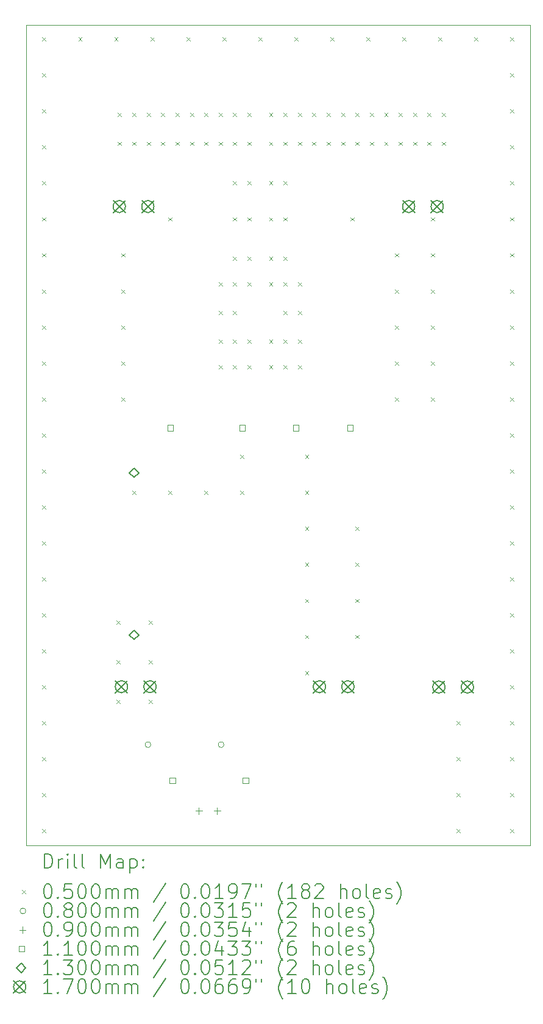
<source format=gbr>
%TF.GenerationSoftware,KiCad,Pcbnew,6.0.11+dfsg-1*%
%TF.CreationDate,2023-07-14T21:47:47+01:00*%
%TF.ProjectId,bridge-rectifier,62726964-6765-42d7-9265-637469666965,rev?*%
%TF.SameCoordinates,Original*%
%TF.FileFunction,Drillmap*%
%TF.FilePolarity,Positive*%
%FSLAX45Y45*%
G04 Gerber Fmt 4.5, Leading zero omitted, Abs format (unit mm)*
G04 Created by KiCad (PCBNEW 6.0.11+dfsg-1) date 2023-07-14 21:47:47*
%MOMM*%
%LPD*%
G01*
G04 APERTURE LIST*
%ADD10C,0.100000*%
%ADD11C,0.200000*%
%ADD12C,0.050000*%
%ADD13C,0.080000*%
%ADD14C,0.090000*%
%ADD15C,0.110000*%
%ADD16C,0.130000*%
%ADD17C,0.170000*%
G04 APERTURE END LIST*
D10*
X13200000Y-1400000D02*
X20200000Y-1400000D01*
X20200000Y-1400000D02*
X20200000Y-12800000D01*
X20200000Y-12800000D02*
X13200000Y-12800000D01*
X13200000Y-12800000D02*
X13200000Y-1400000D01*
D11*
D12*
X13425000Y-1575000D02*
X13475000Y-1625000D01*
X13475000Y-1575000D02*
X13425000Y-1625000D01*
X13425000Y-2075000D02*
X13475000Y-2125000D01*
X13475000Y-2075000D02*
X13425000Y-2125000D01*
X13425000Y-2575000D02*
X13475000Y-2625000D01*
X13475000Y-2575000D02*
X13425000Y-2625000D01*
X13425000Y-3075000D02*
X13475000Y-3125000D01*
X13475000Y-3075000D02*
X13425000Y-3125000D01*
X13425000Y-3575000D02*
X13475000Y-3625000D01*
X13475000Y-3575000D02*
X13425000Y-3625000D01*
X13425000Y-4075000D02*
X13475000Y-4125000D01*
X13475000Y-4075000D02*
X13425000Y-4125000D01*
X13425000Y-4575000D02*
X13475000Y-4625000D01*
X13475000Y-4575000D02*
X13425000Y-4625000D01*
X13425000Y-5075000D02*
X13475000Y-5125000D01*
X13475000Y-5075000D02*
X13425000Y-5125000D01*
X13425000Y-5575000D02*
X13475000Y-5625000D01*
X13475000Y-5575000D02*
X13425000Y-5625000D01*
X13425000Y-6075000D02*
X13475000Y-6125000D01*
X13475000Y-6075000D02*
X13425000Y-6125000D01*
X13425000Y-6575000D02*
X13475000Y-6625000D01*
X13475000Y-6575000D02*
X13425000Y-6625000D01*
X13425000Y-7075000D02*
X13475000Y-7125000D01*
X13475000Y-7075000D02*
X13425000Y-7125000D01*
X13425000Y-7575000D02*
X13475000Y-7625000D01*
X13475000Y-7575000D02*
X13425000Y-7625000D01*
X13425000Y-8075000D02*
X13475000Y-8125000D01*
X13475000Y-8075000D02*
X13425000Y-8125000D01*
X13425000Y-8575000D02*
X13475000Y-8625000D01*
X13475000Y-8575000D02*
X13425000Y-8625000D01*
X13425000Y-9075000D02*
X13475000Y-9125000D01*
X13475000Y-9075000D02*
X13425000Y-9125000D01*
X13425000Y-9575000D02*
X13475000Y-9625000D01*
X13475000Y-9575000D02*
X13425000Y-9625000D01*
X13425000Y-10075000D02*
X13475000Y-10125000D01*
X13475000Y-10075000D02*
X13425000Y-10125000D01*
X13425000Y-10575000D02*
X13475000Y-10625000D01*
X13475000Y-10575000D02*
X13425000Y-10625000D01*
X13425000Y-11075000D02*
X13475000Y-11125000D01*
X13475000Y-11075000D02*
X13425000Y-11125000D01*
X13425000Y-11575000D02*
X13475000Y-11625000D01*
X13475000Y-11575000D02*
X13425000Y-11625000D01*
X13425000Y-12075000D02*
X13475000Y-12125000D01*
X13475000Y-12075000D02*
X13425000Y-12125000D01*
X13425000Y-12575000D02*
X13475000Y-12625000D01*
X13475000Y-12575000D02*
X13425000Y-12625000D01*
X13925000Y-1575000D02*
X13975000Y-1625000D01*
X13975000Y-1575000D02*
X13925000Y-1625000D01*
X14425000Y-1575000D02*
X14475000Y-1625000D01*
X14475000Y-1575000D02*
X14425000Y-1625000D01*
X14455000Y-9675000D02*
X14505000Y-9725000D01*
X14505000Y-9675000D02*
X14455000Y-9725000D01*
X14455000Y-10225000D02*
X14505000Y-10275000D01*
X14505000Y-10225000D02*
X14455000Y-10275000D01*
X14455000Y-10775000D02*
X14505000Y-10825000D01*
X14505000Y-10775000D02*
X14455000Y-10825000D01*
X14475000Y-2625000D02*
X14525000Y-2675000D01*
X14525000Y-2625000D02*
X14475000Y-2675000D01*
X14475000Y-3025000D02*
X14525000Y-3075000D01*
X14525000Y-3025000D02*
X14475000Y-3075000D01*
X14525000Y-4575000D02*
X14575000Y-4625000D01*
X14575000Y-4575000D02*
X14525000Y-4625000D01*
X14525000Y-5075000D02*
X14575000Y-5125000D01*
X14575000Y-5075000D02*
X14525000Y-5125000D01*
X14525000Y-5575000D02*
X14575000Y-5625000D01*
X14575000Y-5575000D02*
X14525000Y-5625000D01*
X14525000Y-6075000D02*
X14575000Y-6125000D01*
X14575000Y-6075000D02*
X14525000Y-6125000D01*
X14525000Y-6575000D02*
X14575000Y-6625000D01*
X14575000Y-6575000D02*
X14525000Y-6625000D01*
X14675000Y-2625000D02*
X14725000Y-2675000D01*
X14725000Y-2625000D02*
X14675000Y-2675000D01*
X14675000Y-3025000D02*
X14725000Y-3075000D01*
X14725000Y-3025000D02*
X14675000Y-3075000D01*
X14675000Y-7875000D02*
X14725000Y-7925000D01*
X14725000Y-7875000D02*
X14675000Y-7925000D01*
X14875000Y-2625000D02*
X14925000Y-2675000D01*
X14925000Y-2625000D02*
X14875000Y-2675000D01*
X14875000Y-3025000D02*
X14925000Y-3075000D01*
X14925000Y-3025000D02*
X14875000Y-3075000D01*
X14905000Y-9675000D02*
X14955000Y-9725000D01*
X14955000Y-9675000D02*
X14905000Y-9725000D01*
X14905000Y-10225000D02*
X14955000Y-10275000D01*
X14955000Y-10225000D02*
X14905000Y-10275000D01*
X14905000Y-10775000D02*
X14955000Y-10825000D01*
X14955000Y-10775000D02*
X14905000Y-10825000D01*
X14925000Y-1575000D02*
X14975000Y-1625000D01*
X14975000Y-1575000D02*
X14925000Y-1625000D01*
X15075000Y-2625000D02*
X15125000Y-2675000D01*
X15125000Y-2625000D02*
X15075000Y-2675000D01*
X15075000Y-3025000D02*
X15125000Y-3075000D01*
X15125000Y-3025000D02*
X15075000Y-3075000D01*
X15175000Y-4075000D02*
X15225000Y-4125000D01*
X15225000Y-4075000D02*
X15175000Y-4125000D01*
X15175000Y-7875000D02*
X15225000Y-7925000D01*
X15225000Y-7875000D02*
X15175000Y-7925000D01*
X15275000Y-2625000D02*
X15325000Y-2675000D01*
X15325000Y-2625000D02*
X15275000Y-2675000D01*
X15275000Y-3025000D02*
X15325000Y-3075000D01*
X15325000Y-3025000D02*
X15275000Y-3075000D01*
X15425000Y-1575000D02*
X15475000Y-1625000D01*
X15475000Y-1575000D02*
X15425000Y-1625000D01*
X15475000Y-2625000D02*
X15525000Y-2675000D01*
X15525000Y-2625000D02*
X15475000Y-2675000D01*
X15475000Y-3025000D02*
X15525000Y-3075000D01*
X15525000Y-3025000D02*
X15475000Y-3075000D01*
X15675000Y-2625000D02*
X15725000Y-2675000D01*
X15725000Y-2625000D02*
X15675000Y-2675000D01*
X15675000Y-3025000D02*
X15725000Y-3075000D01*
X15725000Y-3025000D02*
X15675000Y-3075000D01*
X15675000Y-7875000D02*
X15725000Y-7925000D01*
X15725000Y-7875000D02*
X15675000Y-7925000D01*
X15875000Y-2625000D02*
X15925000Y-2675000D01*
X15925000Y-2625000D02*
X15875000Y-2675000D01*
X15875000Y-3025000D02*
X15925000Y-3075000D01*
X15925000Y-3025000D02*
X15875000Y-3075000D01*
X15875000Y-4975000D02*
X15925000Y-5025000D01*
X15925000Y-4975000D02*
X15875000Y-5025000D01*
X15875000Y-5375000D02*
X15925000Y-5425000D01*
X15925000Y-5375000D02*
X15875000Y-5425000D01*
X15875000Y-5775000D02*
X15925000Y-5825000D01*
X15925000Y-5775000D02*
X15875000Y-5825000D01*
X15875000Y-6125000D02*
X15925000Y-6175000D01*
X15925000Y-6125000D02*
X15875000Y-6175000D01*
X15925000Y-1575000D02*
X15975000Y-1625000D01*
X15975000Y-1575000D02*
X15925000Y-1625000D01*
X16075000Y-2625000D02*
X16125000Y-2675000D01*
X16125000Y-2625000D02*
X16075000Y-2675000D01*
X16075000Y-3025000D02*
X16125000Y-3075000D01*
X16125000Y-3025000D02*
X16075000Y-3075000D01*
X16075000Y-3575000D02*
X16125000Y-3625000D01*
X16125000Y-3575000D02*
X16075000Y-3625000D01*
X16075000Y-4075000D02*
X16125000Y-4125000D01*
X16125000Y-4075000D02*
X16075000Y-4125000D01*
X16075000Y-4625000D02*
X16125000Y-4675000D01*
X16125000Y-4625000D02*
X16075000Y-4675000D01*
X16075000Y-4975000D02*
X16125000Y-5025000D01*
X16125000Y-4975000D02*
X16075000Y-5025000D01*
X16075000Y-5375000D02*
X16125000Y-5425000D01*
X16125000Y-5375000D02*
X16075000Y-5425000D01*
X16075000Y-5775000D02*
X16125000Y-5825000D01*
X16125000Y-5775000D02*
X16075000Y-5825000D01*
X16075000Y-6125000D02*
X16125000Y-6175000D01*
X16125000Y-6125000D02*
X16075000Y-6175000D01*
X16175000Y-7375000D02*
X16225000Y-7425000D01*
X16225000Y-7375000D02*
X16175000Y-7425000D01*
X16175000Y-7875000D02*
X16225000Y-7925000D01*
X16225000Y-7875000D02*
X16175000Y-7925000D01*
X16275000Y-2625000D02*
X16325000Y-2675000D01*
X16325000Y-2625000D02*
X16275000Y-2675000D01*
X16275000Y-3025000D02*
X16325000Y-3075000D01*
X16325000Y-3025000D02*
X16275000Y-3075000D01*
X16275000Y-3575000D02*
X16325000Y-3625000D01*
X16325000Y-3575000D02*
X16275000Y-3625000D01*
X16275000Y-4075000D02*
X16325000Y-4125000D01*
X16325000Y-4075000D02*
X16275000Y-4125000D01*
X16275000Y-4625000D02*
X16325000Y-4675000D01*
X16325000Y-4625000D02*
X16275000Y-4675000D01*
X16275000Y-4975000D02*
X16325000Y-5025000D01*
X16325000Y-4975000D02*
X16275000Y-5025000D01*
X16275000Y-5775000D02*
X16325000Y-5825000D01*
X16325000Y-5775000D02*
X16275000Y-5825000D01*
X16275000Y-6125000D02*
X16325000Y-6175000D01*
X16325000Y-6125000D02*
X16275000Y-6175000D01*
X16425000Y-1575000D02*
X16475000Y-1625000D01*
X16475000Y-1575000D02*
X16425000Y-1625000D01*
X16575000Y-2625000D02*
X16625000Y-2675000D01*
X16625000Y-2625000D02*
X16575000Y-2675000D01*
X16575000Y-3025000D02*
X16625000Y-3075000D01*
X16625000Y-3025000D02*
X16575000Y-3075000D01*
X16575000Y-3575000D02*
X16625000Y-3625000D01*
X16625000Y-3575000D02*
X16575000Y-3625000D01*
X16575000Y-4075000D02*
X16625000Y-4125000D01*
X16625000Y-4075000D02*
X16575000Y-4125000D01*
X16575000Y-4625000D02*
X16625000Y-4675000D01*
X16625000Y-4625000D02*
X16575000Y-4675000D01*
X16575000Y-4975000D02*
X16625000Y-5025000D01*
X16625000Y-4975000D02*
X16575000Y-5025000D01*
X16575000Y-5775000D02*
X16625000Y-5825000D01*
X16625000Y-5775000D02*
X16575000Y-5825000D01*
X16575000Y-6125000D02*
X16625000Y-6175000D01*
X16625000Y-6125000D02*
X16575000Y-6175000D01*
X16775000Y-2625000D02*
X16825000Y-2675000D01*
X16825000Y-2625000D02*
X16775000Y-2675000D01*
X16775000Y-3025000D02*
X16825000Y-3075000D01*
X16825000Y-3025000D02*
X16775000Y-3075000D01*
X16775000Y-3575000D02*
X16825000Y-3625000D01*
X16825000Y-3575000D02*
X16775000Y-3625000D01*
X16775000Y-4075000D02*
X16825000Y-4125000D01*
X16825000Y-4075000D02*
X16775000Y-4125000D01*
X16775000Y-4625000D02*
X16825000Y-4675000D01*
X16825000Y-4625000D02*
X16775000Y-4675000D01*
X16775000Y-4975000D02*
X16825000Y-5025000D01*
X16825000Y-4975000D02*
X16775000Y-5025000D01*
X16775000Y-5375000D02*
X16825000Y-5425000D01*
X16825000Y-5375000D02*
X16775000Y-5425000D01*
X16775000Y-5775000D02*
X16825000Y-5825000D01*
X16825000Y-5775000D02*
X16775000Y-5825000D01*
X16775000Y-6125000D02*
X16825000Y-6175000D01*
X16825000Y-6125000D02*
X16775000Y-6175000D01*
X16925000Y-1575000D02*
X16975000Y-1625000D01*
X16975000Y-1575000D02*
X16925000Y-1625000D01*
X16975000Y-2625000D02*
X17025000Y-2675000D01*
X17025000Y-2625000D02*
X16975000Y-2675000D01*
X16975000Y-3025000D02*
X17025000Y-3075000D01*
X17025000Y-3025000D02*
X16975000Y-3075000D01*
X16975000Y-4975000D02*
X17025000Y-5025000D01*
X17025000Y-4975000D02*
X16975000Y-5025000D01*
X16975000Y-5375000D02*
X17025000Y-5425000D01*
X17025000Y-5375000D02*
X16975000Y-5425000D01*
X16975000Y-5775000D02*
X17025000Y-5825000D01*
X17025000Y-5775000D02*
X16975000Y-5825000D01*
X16975000Y-6125000D02*
X17025000Y-6175000D01*
X17025000Y-6125000D02*
X16975000Y-6175000D01*
X17075000Y-7375000D02*
X17125000Y-7425000D01*
X17125000Y-7375000D02*
X17075000Y-7425000D01*
X17075000Y-7875000D02*
X17125000Y-7925000D01*
X17125000Y-7875000D02*
X17075000Y-7925000D01*
X17075000Y-8375000D02*
X17125000Y-8425000D01*
X17125000Y-8375000D02*
X17075000Y-8425000D01*
X17075000Y-8875000D02*
X17125000Y-8925000D01*
X17125000Y-8875000D02*
X17075000Y-8925000D01*
X17075000Y-9375000D02*
X17125000Y-9425000D01*
X17125000Y-9375000D02*
X17075000Y-9425000D01*
X17075000Y-9875000D02*
X17125000Y-9925000D01*
X17125000Y-9875000D02*
X17075000Y-9925000D01*
X17075000Y-10375000D02*
X17125000Y-10425000D01*
X17125000Y-10375000D02*
X17075000Y-10425000D01*
X17175000Y-2625000D02*
X17225000Y-2675000D01*
X17225000Y-2625000D02*
X17175000Y-2675000D01*
X17175000Y-3025000D02*
X17225000Y-3075000D01*
X17225000Y-3025000D02*
X17175000Y-3075000D01*
X17375000Y-2625000D02*
X17425000Y-2675000D01*
X17425000Y-2625000D02*
X17375000Y-2675000D01*
X17375000Y-3025000D02*
X17425000Y-3075000D01*
X17425000Y-3025000D02*
X17375000Y-3075000D01*
X17425000Y-1575000D02*
X17475000Y-1625000D01*
X17475000Y-1575000D02*
X17425000Y-1625000D01*
X17575000Y-2625000D02*
X17625000Y-2675000D01*
X17625000Y-2625000D02*
X17575000Y-2675000D01*
X17575000Y-3025000D02*
X17625000Y-3075000D01*
X17625000Y-3025000D02*
X17575000Y-3075000D01*
X17705000Y-4075000D02*
X17755000Y-4125000D01*
X17755000Y-4075000D02*
X17705000Y-4125000D01*
X17775000Y-2625000D02*
X17825000Y-2675000D01*
X17825000Y-2625000D02*
X17775000Y-2675000D01*
X17775000Y-3025000D02*
X17825000Y-3075000D01*
X17825000Y-3025000D02*
X17775000Y-3075000D01*
X17775000Y-8375000D02*
X17825000Y-8425000D01*
X17825000Y-8375000D02*
X17775000Y-8425000D01*
X17775000Y-8875000D02*
X17825000Y-8925000D01*
X17825000Y-8875000D02*
X17775000Y-8925000D01*
X17775000Y-9375000D02*
X17825000Y-9425000D01*
X17825000Y-9375000D02*
X17775000Y-9425000D01*
X17775000Y-9875000D02*
X17825000Y-9925000D01*
X17825000Y-9875000D02*
X17775000Y-9925000D01*
X17925000Y-1575000D02*
X17975000Y-1625000D01*
X17975000Y-1575000D02*
X17925000Y-1625000D01*
X17975000Y-2625000D02*
X18025000Y-2675000D01*
X18025000Y-2625000D02*
X17975000Y-2675000D01*
X17975000Y-3025000D02*
X18025000Y-3075000D01*
X18025000Y-3025000D02*
X17975000Y-3075000D01*
X18175000Y-2625000D02*
X18225000Y-2675000D01*
X18225000Y-2625000D02*
X18175000Y-2675000D01*
X18175000Y-3025000D02*
X18225000Y-3075000D01*
X18225000Y-3025000D02*
X18175000Y-3075000D01*
X18325000Y-4575000D02*
X18375000Y-4625000D01*
X18375000Y-4575000D02*
X18325000Y-4625000D01*
X18325000Y-5075000D02*
X18375000Y-5125000D01*
X18375000Y-5075000D02*
X18325000Y-5125000D01*
X18325000Y-5575000D02*
X18375000Y-5625000D01*
X18375000Y-5575000D02*
X18325000Y-5625000D01*
X18325000Y-6075000D02*
X18375000Y-6125000D01*
X18375000Y-6075000D02*
X18325000Y-6125000D01*
X18325000Y-6575000D02*
X18375000Y-6625000D01*
X18375000Y-6575000D02*
X18325000Y-6625000D01*
X18375000Y-2625000D02*
X18425000Y-2675000D01*
X18425000Y-2625000D02*
X18375000Y-2675000D01*
X18375000Y-3025000D02*
X18425000Y-3075000D01*
X18425000Y-3025000D02*
X18375000Y-3075000D01*
X18425000Y-1575000D02*
X18475000Y-1625000D01*
X18475000Y-1575000D02*
X18425000Y-1625000D01*
X18575000Y-2625000D02*
X18625000Y-2675000D01*
X18625000Y-2625000D02*
X18575000Y-2675000D01*
X18575000Y-3025000D02*
X18625000Y-3075000D01*
X18625000Y-3025000D02*
X18575000Y-3075000D01*
X18775000Y-2625000D02*
X18825000Y-2675000D01*
X18825000Y-2625000D02*
X18775000Y-2675000D01*
X18775000Y-3025000D02*
X18825000Y-3075000D01*
X18825000Y-3025000D02*
X18775000Y-3075000D01*
X18825000Y-4075000D02*
X18875000Y-4125000D01*
X18875000Y-4075000D02*
X18825000Y-4125000D01*
X18825000Y-4575000D02*
X18875000Y-4625000D01*
X18875000Y-4575000D02*
X18825000Y-4625000D01*
X18825000Y-5075000D02*
X18875000Y-5125000D01*
X18875000Y-5075000D02*
X18825000Y-5125000D01*
X18825000Y-5575000D02*
X18875000Y-5625000D01*
X18875000Y-5575000D02*
X18825000Y-5625000D01*
X18825000Y-6075000D02*
X18875000Y-6125000D01*
X18875000Y-6075000D02*
X18825000Y-6125000D01*
X18825000Y-6575000D02*
X18875000Y-6625000D01*
X18875000Y-6575000D02*
X18825000Y-6625000D01*
X18925000Y-1575000D02*
X18975000Y-1625000D01*
X18975000Y-1575000D02*
X18925000Y-1625000D01*
X18975000Y-2625000D02*
X19025000Y-2675000D01*
X19025000Y-2625000D02*
X18975000Y-2675000D01*
X18975000Y-3025000D02*
X19025000Y-3075000D01*
X19025000Y-3025000D02*
X18975000Y-3075000D01*
X19175000Y-11075000D02*
X19225000Y-11125000D01*
X19225000Y-11075000D02*
X19175000Y-11125000D01*
X19175000Y-11575000D02*
X19225000Y-11625000D01*
X19225000Y-11575000D02*
X19175000Y-11625000D01*
X19175000Y-12075000D02*
X19225000Y-12125000D01*
X19225000Y-12075000D02*
X19175000Y-12125000D01*
X19175000Y-12575000D02*
X19225000Y-12625000D01*
X19225000Y-12575000D02*
X19175000Y-12625000D01*
X19425000Y-1575000D02*
X19475000Y-1625000D01*
X19475000Y-1575000D02*
X19425000Y-1625000D01*
X19925000Y-1575000D02*
X19975000Y-1625000D01*
X19975000Y-1575000D02*
X19925000Y-1625000D01*
X19925000Y-2075000D02*
X19975000Y-2125000D01*
X19975000Y-2075000D02*
X19925000Y-2125000D01*
X19925000Y-2575000D02*
X19975000Y-2625000D01*
X19975000Y-2575000D02*
X19925000Y-2625000D01*
X19925000Y-3075000D02*
X19975000Y-3125000D01*
X19975000Y-3075000D02*
X19925000Y-3125000D01*
X19925000Y-3575000D02*
X19975000Y-3625000D01*
X19975000Y-3575000D02*
X19925000Y-3625000D01*
X19925000Y-4075000D02*
X19975000Y-4125000D01*
X19975000Y-4075000D02*
X19925000Y-4125000D01*
X19925000Y-4575000D02*
X19975000Y-4625000D01*
X19975000Y-4575000D02*
X19925000Y-4625000D01*
X19925000Y-5075000D02*
X19975000Y-5125000D01*
X19975000Y-5075000D02*
X19925000Y-5125000D01*
X19925000Y-5575000D02*
X19975000Y-5625000D01*
X19975000Y-5575000D02*
X19925000Y-5625000D01*
X19925000Y-6075000D02*
X19975000Y-6125000D01*
X19975000Y-6075000D02*
X19925000Y-6125000D01*
X19925000Y-6575000D02*
X19975000Y-6625000D01*
X19975000Y-6575000D02*
X19925000Y-6625000D01*
X19925000Y-7075000D02*
X19975000Y-7125000D01*
X19975000Y-7075000D02*
X19925000Y-7125000D01*
X19925000Y-7575000D02*
X19975000Y-7625000D01*
X19975000Y-7575000D02*
X19925000Y-7625000D01*
X19925000Y-8075000D02*
X19975000Y-8125000D01*
X19975000Y-8075000D02*
X19925000Y-8125000D01*
X19925000Y-8575000D02*
X19975000Y-8625000D01*
X19975000Y-8575000D02*
X19925000Y-8625000D01*
X19925000Y-9075000D02*
X19975000Y-9125000D01*
X19975000Y-9075000D02*
X19925000Y-9125000D01*
X19925000Y-9575000D02*
X19975000Y-9625000D01*
X19975000Y-9575000D02*
X19925000Y-9625000D01*
X19925000Y-10075000D02*
X19975000Y-10125000D01*
X19975000Y-10075000D02*
X19925000Y-10125000D01*
X19925000Y-10575000D02*
X19975000Y-10625000D01*
X19975000Y-10575000D02*
X19925000Y-10625000D01*
X19925000Y-11075000D02*
X19975000Y-11125000D01*
X19975000Y-11075000D02*
X19925000Y-11125000D01*
X19925000Y-11575000D02*
X19975000Y-11625000D01*
X19975000Y-11575000D02*
X19925000Y-11625000D01*
X19925000Y-12075000D02*
X19975000Y-12125000D01*
X19975000Y-12075000D02*
X19925000Y-12125000D01*
X19925000Y-12575000D02*
X19975000Y-12625000D01*
X19975000Y-12575000D02*
X19925000Y-12625000D01*
D13*
X14932000Y-11400000D02*
G75*
G03*
X14932000Y-11400000I-40000J0D01*
G01*
X15948000Y-11400000D02*
G75*
G03*
X15948000Y-11400000I-40000J0D01*
G01*
D14*
X15600000Y-12275000D02*
X15600000Y-12365000D01*
X15555000Y-12320000D02*
X15645000Y-12320000D01*
X15854000Y-12275000D02*
X15854000Y-12365000D01*
X15809000Y-12320000D02*
X15899000Y-12320000D01*
D15*
X15238891Y-7038891D02*
X15238891Y-6961109D01*
X15161109Y-6961109D01*
X15161109Y-7038891D01*
X15238891Y-7038891D01*
X15270891Y-11938891D02*
X15270891Y-11861109D01*
X15193109Y-11861109D01*
X15193109Y-11938891D01*
X15270891Y-11938891D01*
X16238891Y-7038891D02*
X16238891Y-6961109D01*
X16161109Y-6961109D01*
X16161109Y-7038891D01*
X16238891Y-7038891D01*
X16286891Y-11938891D02*
X16286891Y-11861109D01*
X16209109Y-11861109D01*
X16209109Y-11938891D01*
X16286891Y-11938891D01*
X16988891Y-7038891D02*
X16988891Y-6961109D01*
X16911109Y-6961109D01*
X16911109Y-7038891D01*
X16988891Y-7038891D01*
X17738891Y-7038891D02*
X17738891Y-6961109D01*
X17661109Y-6961109D01*
X17661109Y-7038891D01*
X17738891Y-7038891D01*
D16*
X14700000Y-7690000D02*
X14765000Y-7625000D01*
X14700000Y-7560000D01*
X14635000Y-7625000D01*
X14700000Y-7690000D01*
X14700000Y-9940000D02*
X14765000Y-9875000D01*
X14700000Y-9810000D01*
X14635000Y-9875000D01*
X14700000Y-9940000D01*
D17*
X14409250Y-3840000D02*
X14579250Y-4010000D01*
X14579250Y-3840000D02*
X14409250Y-4010000D01*
X14579250Y-3925000D02*
G75*
G03*
X14579250Y-3925000I-85000J0D01*
G01*
X14439250Y-10510000D02*
X14609250Y-10680000D01*
X14609250Y-10510000D02*
X14439250Y-10680000D01*
X14609250Y-10595000D02*
G75*
G03*
X14609250Y-10595000I-85000J0D01*
G01*
X14805250Y-3840000D02*
X14975250Y-4010000D01*
X14975250Y-3840000D02*
X14805250Y-4010000D01*
X14975250Y-3925000D02*
G75*
G03*
X14975250Y-3925000I-85000J0D01*
G01*
X14835250Y-10510000D02*
X15005250Y-10680000D01*
X15005250Y-10510000D02*
X14835250Y-10680000D01*
X15005250Y-10595000D02*
G75*
G03*
X15005250Y-10595000I-85000J0D01*
G01*
X17189250Y-10510000D02*
X17359250Y-10680000D01*
X17359250Y-10510000D02*
X17189250Y-10680000D01*
X17359250Y-10595000D02*
G75*
G03*
X17359250Y-10595000I-85000J0D01*
G01*
X17585250Y-10510000D02*
X17755250Y-10680000D01*
X17755250Y-10510000D02*
X17585250Y-10680000D01*
X17755250Y-10595000D02*
G75*
G03*
X17755250Y-10595000I-85000J0D01*
G01*
X18429250Y-3840000D02*
X18599250Y-4010000D01*
X18599250Y-3840000D02*
X18429250Y-4010000D01*
X18599250Y-3925000D02*
G75*
G03*
X18599250Y-3925000I-85000J0D01*
G01*
X18825250Y-3840000D02*
X18995250Y-4010000D01*
X18995250Y-3840000D02*
X18825250Y-4010000D01*
X18995250Y-3925000D02*
G75*
G03*
X18995250Y-3925000I-85000J0D01*
G01*
X18849250Y-10515000D02*
X19019250Y-10685000D01*
X19019250Y-10515000D02*
X18849250Y-10685000D01*
X19019250Y-10600000D02*
G75*
G03*
X19019250Y-10600000I-85000J0D01*
G01*
X19245250Y-10515000D02*
X19415250Y-10685000D01*
X19415250Y-10515000D02*
X19245250Y-10685000D01*
X19415250Y-10600000D02*
G75*
G03*
X19415250Y-10600000I-85000J0D01*
G01*
D11*
X13452619Y-13115476D02*
X13452619Y-12915476D01*
X13500238Y-12915476D01*
X13528809Y-12925000D01*
X13547857Y-12944048D01*
X13557381Y-12963095D01*
X13566905Y-13001190D01*
X13566905Y-13029762D01*
X13557381Y-13067857D01*
X13547857Y-13086905D01*
X13528809Y-13105952D01*
X13500238Y-13115476D01*
X13452619Y-13115476D01*
X13652619Y-13115476D02*
X13652619Y-12982143D01*
X13652619Y-13020238D02*
X13662143Y-13001190D01*
X13671667Y-12991667D01*
X13690714Y-12982143D01*
X13709762Y-12982143D01*
X13776428Y-13115476D02*
X13776428Y-12982143D01*
X13776428Y-12915476D02*
X13766905Y-12925000D01*
X13776428Y-12934524D01*
X13785952Y-12925000D01*
X13776428Y-12915476D01*
X13776428Y-12934524D01*
X13900238Y-13115476D02*
X13881190Y-13105952D01*
X13871667Y-13086905D01*
X13871667Y-12915476D01*
X14005000Y-13115476D02*
X13985952Y-13105952D01*
X13976428Y-13086905D01*
X13976428Y-12915476D01*
X14233571Y-13115476D02*
X14233571Y-12915476D01*
X14300238Y-13058333D01*
X14366905Y-12915476D01*
X14366905Y-13115476D01*
X14547857Y-13115476D02*
X14547857Y-13010714D01*
X14538333Y-12991667D01*
X14519286Y-12982143D01*
X14481190Y-12982143D01*
X14462143Y-12991667D01*
X14547857Y-13105952D02*
X14528809Y-13115476D01*
X14481190Y-13115476D01*
X14462143Y-13105952D01*
X14452619Y-13086905D01*
X14452619Y-13067857D01*
X14462143Y-13048809D01*
X14481190Y-13039286D01*
X14528809Y-13039286D01*
X14547857Y-13029762D01*
X14643095Y-12982143D02*
X14643095Y-13182143D01*
X14643095Y-12991667D02*
X14662143Y-12982143D01*
X14700238Y-12982143D01*
X14719286Y-12991667D01*
X14728809Y-13001190D01*
X14738333Y-13020238D01*
X14738333Y-13077381D01*
X14728809Y-13096428D01*
X14719286Y-13105952D01*
X14700238Y-13115476D01*
X14662143Y-13115476D01*
X14643095Y-13105952D01*
X14824048Y-13096428D02*
X14833571Y-13105952D01*
X14824048Y-13115476D01*
X14814524Y-13105952D01*
X14824048Y-13096428D01*
X14824048Y-13115476D01*
X14824048Y-12991667D02*
X14833571Y-13001190D01*
X14824048Y-13010714D01*
X14814524Y-13001190D01*
X14824048Y-12991667D01*
X14824048Y-13010714D01*
D12*
X13145000Y-13420000D02*
X13195000Y-13470000D01*
X13195000Y-13420000D02*
X13145000Y-13470000D01*
D11*
X13490714Y-13335476D02*
X13509762Y-13335476D01*
X13528809Y-13345000D01*
X13538333Y-13354524D01*
X13547857Y-13373571D01*
X13557381Y-13411667D01*
X13557381Y-13459286D01*
X13547857Y-13497381D01*
X13538333Y-13516428D01*
X13528809Y-13525952D01*
X13509762Y-13535476D01*
X13490714Y-13535476D01*
X13471667Y-13525952D01*
X13462143Y-13516428D01*
X13452619Y-13497381D01*
X13443095Y-13459286D01*
X13443095Y-13411667D01*
X13452619Y-13373571D01*
X13462143Y-13354524D01*
X13471667Y-13345000D01*
X13490714Y-13335476D01*
X13643095Y-13516428D02*
X13652619Y-13525952D01*
X13643095Y-13535476D01*
X13633571Y-13525952D01*
X13643095Y-13516428D01*
X13643095Y-13535476D01*
X13833571Y-13335476D02*
X13738333Y-13335476D01*
X13728809Y-13430714D01*
X13738333Y-13421190D01*
X13757381Y-13411667D01*
X13805000Y-13411667D01*
X13824048Y-13421190D01*
X13833571Y-13430714D01*
X13843095Y-13449762D01*
X13843095Y-13497381D01*
X13833571Y-13516428D01*
X13824048Y-13525952D01*
X13805000Y-13535476D01*
X13757381Y-13535476D01*
X13738333Y-13525952D01*
X13728809Y-13516428D01*
X13966905Y-13335476D02*
X13985952Y-13335476D01*
X14005000Y-13345000D01*
X14014524Y-13354524D01*
X14024048Y-13373571D01*
X14033571Y-13411667D01*
X14033571Y-13459286D01*
X14024048Y-13497381D01*
X14014524Y-13516428D01*
X14005000Y-13525952D01*
X13985952Y-13535476D01*
X13966905Y-13535476D01*
X13947857Y-13525952D01*
X13938333Y-13516428D01*
X13928809Y-13497381D01*
X13919286Y-13459286D01*
X13919286Y-13411667D01*
X13928809Y-13373571D01*
X13938333Y-13354524D01*
X13947857Y-13345000D01*
X13966905Y-13335476D01*
X14157381Y-13335476D02*
X14176428Y-13335476D01*
X14195476Y-13345000D01*
X14205000Y-13354524D01*
X14214524Y-13373571D01*
X14224048Y-13411667D01*
X14224048Y-13459286D01*
X14214524Y-13497381D01*
X14205000Y-13516428D01*
X14195476Y-13525952D01*
X14176428Y-13535476D01*
X14157381Y-13535476D01*
X14138333Y-13525952D01*
X14128809Y-13516428D01*
X14119286Y-13497381D01*
X14109762Y-13459286D01*
X14109762Y-13411667D01*
X14119286Y-13373571D01*
X14128809Y-13354524D01*
X14138333Y-13345000D01*
X14157381Y-13335476D01*
X14309762Y-13535476D02*
X14309762Y-13402143D01*
X14309762Y-13421190D02*
X14319286Y-13411667D01*
X14338333Y-13402143D01*
X14366905Y-13402143D01*
X14385952Y-13411667D01*
X14395476Y-13430714D01*
X14395476Y-13535476D01*
X14395476Y-13430714D02*
X14405000Y-13411667D01*
X14424048Y-13402143D01*
X14452619Y-13402143D01*
X14471667Y-13411667D01*
X14481190Y-13430714D01*
X14481190Y-13535476D01*
X14576428Y-13535476D02*
X14576428Y-13402143D01*
X14576428Y-13421190D02*
X14585952Y-13411667D01*
X14605000Y-13402143D01*
X14633571Y-13402143D01*
X14652619Y-13411667D01*
X14662143Y-13430714D01*
X14662143Y-13535476D01*
X14662143Y-13430714D02*
X14671667Y-13411667D01*
X14690714Y-13402143D01*
X14719286Y-13402143D01*
X14738333Y-13411667D01*
X14747857Y-13430714D01*
X14747857Y-13535476D01*
X15138333Y-13325952D02*
X14966905Y-13583095D01*
X15395476Y-13335476D02*
X15414524Y-13335476D01*
X15433571Y-13345000D01*
X15443095Y-13354524D01*
X15452619Y-13373571D01*
X15462143Y-13411667D01*
X15462143Y-13459286D01*
X15452619Y-13497381D01*
X15443095Y-13516428D01*
X15433571Y-13525952D01*
X15414524Y-13535476D01*
X15395476Y-13535476D01*
X15376428Y-13525952D01*
X15366905Y-13516428D01*
X15357381Y-13497381D01*
X15347857Y-13459286D01*
X15347857Y-13411667D01*
X15357381Y-13373571D01*
X15366905Y-13354524D01*
X15376428Y-13345000D01*
X15395476Y-13335476D01*
X15547857Y-13516428D02*
X15557381Y-13525952D01*
X15547857Y-13535476D01*
X15538333Y-13525952D01*
X15547857Y-13516428D01*
X15547857Y-13535476D01*
X15681190Y-13335476D02*
X15700238Y-13335476D01*
X15719286Y-13345000D01*
X15728809Y-13354524D01*
X15738333Y-13373571D01*
X15747857Y-13411667D01*
X15747857Y-13459286D01*
X15738333Y-13497381D01*
X15728809Y-13516428D01*
X15719286Y-13525952D01*
X15700238Y-13535476D01*
X15681190Y-13535476D01*
X15662143Y-13525952D01*
X15652619Y-13516428D01*
X15643095Y-13497381D01*
X15633571Y-13459286D01*
X15633571Y-13411667D01*
X15643095Y-13373571D01*
X15652619Y-13354524D01*
X15662143Y-13345000D01*
X15681190Y-13335476D01*
X15938333Y-13535476D02*
X15824048Y-13535476D01*
X15881190Y-13535476D02*
X15881190Y-13335476D01*
X15862143Y-13364048D01*
X15843095Y-13383095D01*
X15824048Y-13392619D01*
X16033571Y-13535476D02*
X16071667Y-13535476D01*
X16090714Y-13525952D01*
X16100238Y-13516428D01*
X16119286Y-13487857D01*
X16128809Y-13449762D01*
X16128809Y-13373571D01*
X16119286Y-13354524D01*
X16109762Y-13345000D01*
X16090714Y-13335476D01*
X16052619Y-13335476D01*
X16033571Y-13345000D01*
X16024048Y-13354524D01*
X16014524Y-13373571D01*
X16014524Y-13421190D01*
X16024048Y-13440238D01*
X16033571Y-13449762D01*
X16052619Y-13459286D01*
X16090714Y-13459286D01*
X16109762Y-13449762D01*
X16119286Y-13440238D01*
X16128809Y-13421190D01*
X16195476Y-13335476D02*
X16328809Y-13335476D01*
X16243095Y-13535476D01*
X16395476Y-13335476D02*
X16395476Y-13373571D01*
X16471667Y-13335476D02*
X16471667Y-13373571D01*
X16766905Y-13611667D02*
X16757381Y-13602143D01*
X16738333Y-13573571D01*
X16728809Y-13554524D01*
X16719286Y-13525952D01*
X16709762Y-13478333D01*
X16709762Y-13440238D01*
X16719286Y-13392619D01*
X16728809Y-13364048D01*
X16738333Y-13345000D01*
X16757381Y-13316428D01*
X16766905Y-13306905D01*
X16947857Y-13535476D02*
X16833571Y-13535476D01*
X16890714Y-13535476D02*
X16890714Y-13335476D01*
X16871667Y-13364048D01*
X16852619Y-13383095D01*
X16833571Y-13392619D01*
X17062143Y-13421190D02*
X17043095Y-13411667D01*
X17033571Y-13402143D01*
X17024048Y-13383095D01*
X17024048Y-13373571D01*
X17033571Y-13354524D01*
X17043095Y-13345000D01*
X17062143Y-13335476D01*
X17100238Y-13335476D01*
X17119286Y-13345000D01*
X17128810Y-13354524D01*
X17138333Y-13373571D01*
X17138333Y-13383095D01*
X17128810Y-13402143D01*
X17119286Y-13411667D01*
X17100238Y-13421190D01*
X17062143Y-13421190D01*
X17043095Y-13430714D01*
X17033571Y-13440238D01*
X17024048Y-13459286D01*
X17024048Y-13497381D01*
X17033571Y-13516428D01*
X17043095Y-13525952D01*
X17062143Y-13535476D01*
X17100238Y-13535476D01*
X17119286Y-13525952D01*
X17128810Y-13516428D01*
X17138333Y-13497381D01*
X17138333Y-13459286D01*
X17128810Y-13440238D01*
X17119286Y-13430714D01*
X17100238Y-13421190D01*
X17214524Y-13354524D02*
X17224048Y-13345000D01*
X17243095Y-13335476D01*
X17290714Y-13335476D01*
X17309762Y-13345000D01*
X17319286Y-13354524D01*
X17328810Y-13373571D01*
X17328810Y-13392619D01*
X17319286Y-13421190D01*
X17205000Y-13535476D01*
X17328810Y-13535476D01*
X17566905Y-13535476D02*
X17566905Y-13335476D01*
X17652619Y-13535476D02*
X17652619Y-13430714D01*
X17643095Y-13411667D01*
X17624048Y-13402143D01*
X17595476Y-13402143D01*
X17576429Y-13411667D01*
X17566905Y-13421190D01*
X17776429Y-13535476D02*
X17757381Y-13525952D01*
X17747857Y-13516428D01*
X17738333Y-13497381D01*
X17738333Y-13440238D01*
X17747857Y-13421190D01*
X17757381Y-13411667D01*
X17776429Y-13402143D01*
X17805000Y-13402143D01*
X17824048Y-13411667D01*
X17833571Y-13421190D01*
X17843095Y-13440238D01*
X17843095Y-13497381D01*
X17833571Y-13516428D01*
X17824048Y-13525952D01*
X17805000Y-13535476D01*
X17776429Y-13535476D01*
X17957381Y-13535476D02*
X17938333Y-13525952D01*
X17928810Y-13506905D01*
X17928810Y-13335476D01*
X18109762Y-13525952D02*
X18090714Y-13535476D01*
X18052619Y-13535476D01*
X18033571Y-13525952D01*
X18024048Y-13506905D01*
X18024048Y-13430714D01*
X18033571Y-13411667D01*
X18052619Y-13402143D01*
X18090714Y-13402143D01*
X18109762Y-13411667D01*
X18119286Y-13430714D01*
X18119286Y-13449762D01*
X18024048Y-13468809D01*
X18195476Y-13525952D02*
X18214524Y-13535476D01*
X18252619Y-13535476D01*
X18271667Y-13525952D01*
X18281190Y-13506905D01*
X18281190Y-13497381D01*
X18271667Y-13478333D01*
X18252619Y-13468809D01*
X18224048Y-13468809D01*
X18205000Y-13459286D01*
X18195476Y-13440238D01*
X18195476Y-13430714D01*
X18205000Y-13411667D01*
X18224048Y-13402143D01*
X18252619Y-13402143D01*
X18271667Y-13411667D01*
X18347857Y-13611667D02*
X18357381Y-13602143D01*
X18376429Y-13573571D01*
X18385952Y-13554524D01*
X18395476Y-13525952D01*
X18405000Y-13478333D01*
X18405000Y-13440238D01*
X18395476Y-13392619D01*
X18385952Y-13364048D01*
X18376429Y-13345000D01*
X18357381Y-13316428D01*
X18347857Y-13306905D01*
D13*
X13195000Y-13709000D02*
G75*
G03*
X13195000Y-13709000I-40000J0D01*
G01*
D11*
X13490714Y-13599476D02*
X13509762Y-13599476D01*
X13528809Y-13609000D01*
X13538333Y-13618524D01*
X13547857Y-13637571D01*
X13557381Y-13675667D01*
X13557381Y-13723286D01*
X13547857Y-13761381D01*
X13538333Y-13780428D01*
X13528809Y-13789952D01*
X13509762Y-13799476D01*
X13490714Y-13799476D01*
X13471667Y-13789952D01*
X13462143Y-13780428D01*
X13452619Y-13761381D01*
X13443095Y-13723286D01*
X13443095Y-13675667D01*
X13452619Y-13637571D01*
X13462143Y-13618524D01*
X13471667Y-13609000D01*
X13490714Y-13599476D01*
X13643095Y-13780428D02*
X13652619Y-13789952D01*
X13643095Y-13799476D01*
X13633571Y-13789952D01*
X13643095Y-13780428D01*
X13643095Y-13799476D01*
X13766905Y-13685190D02*
X13747857Y-13675667D01*
X13738333Y-13666143D01*
X13728809Y-13647095D01*
X13728809Y-13637571D01*
X13738333Y-13618524D01*
X13747857Y-13609000D01*
X13766905Y-13599476D01*
X13805000Y-13599476D01*
X13824048Y-13609000D01*
X13833571Y-13618524D01*
X13843095Y-13637571D01*
X13843095Y-13647095D01*
X13833571Y-13666143D01*
X13824048Y-13675667D01*
X13805000Y-13685190D01*
X13766905Y-13685190D01*
X13747857Y-13694714D01*
X13738333Y-13704238D01*
X13728809Y-13723286D01*
X13728809Y-13761381D01*
X13738333Y-13780428D01*
X13747857Y-13789952D01*
X13766905Y-13799476D01*
X13805000Y-13799476D01*
X13824048Y-13789952D01*
X13833571Y-13780428D01*
X13843095Y-13761381D01*
X13843095Y-13723286D01*
X13833571Y-13704238D01*
X13824048Y-13694714D01*
X13805000Y-13685190D01*
X13966905Y-13599476D02*
X13985952Y-13599476D01*
X14005000Y-13609000D01*
X14014524Y-13618524D01*
X14024048Y-13637571D01*
X14033571Y-13675667D01*
X14033571Y-13723286D01*
X14024048Y-13761381D01*
X14014524Y-13780428D01*
X14005000Y-13789952D01*
X13985952Y-13799476D01*
X13966905Y-13799476D01*
X13947857Y-13789952D01*
X13938333Y-13780428D01*
X13928809Y-13761381D01*
X13919286Y-13723286D01*
X13919286Y-13675667D01*
X13928809Y-13637571D01*
X13938333Y-13618524D01*
X13947857Y-13609000D01*
X13966905Y-13599476D01*
X14157381Y-13599476D02*
X14176428Y-13599476D01*
X14195476Y-13609000D01*
X14205000Y-13618524D01*
X14214524Y-13637571D01*
X14224048Y-13675667D01*
X14224048Y-13723286D01*
X14214524Y-13761381D01*
X14205000Y-13780428D01*
X14195476Y-13789952D01*
X14176428Y-13799476D01*
X14157381Y-13799476D01*
X14138333Y-13789952D01*
X14128809Y-13780428D01*
X14119286Y-13761381D01*
X14109762Y-13723286D01*
X14109762Y-13675667D01*
X14119286Y-13637571D01*
X14128809Y-13618524D01*
X14138333Y-13609000D01*
X14157381Y-13599476D01*
X14309762Y-13799476D02*
X14309762Y-13666143D01*
X14309762Y-13685190D02*
X14319286Y-13675667D01*
X14338333Y-13666143D01*
X14366905Y-13666143D01*
X14385952Y-13675667D01*
X14395476Y-13694714D01*
X14395476Y-13799476D01*
X14395476Y-13694714D02*
X14405000Y-13675667D01*
X14424048Y-13666143D01*
X14452619Y-13666143D01*
X14471667Y-13675667D01*
X14481190Y-13694714D01*
X14481190Y-13799476D01*
X14576428Y-13799476D02*
X14576428Y-13666143D01*
X14576428Y-13685190D02*
X14585952Y-13675667D01*
X14605000Y-13666143D01*
X14633571Y-13666143D01*
X14652619Y-13675667D01*
X14662143Y-13694714D01*
X14662143Y-13799476D01*
X14662143Y-13694714D02*
X14671667Y-13675667D01*
X14690714Y-13666143D01*
X14719286Y-13666143D01*
X14738333Y-13675667D01*
X14747857Y-13694714D01*
X14747857Y-13799476D01*
X15138333Y-13589952D02*
X14966905Y-13847095D01*
X15395476Y-13599476D02*
X15414524Y-13599476D01*
X15433571Y-13609000D01*
X15443095Y-13618524D01*
X15452619Y-13637571D01*
X15462143Y-13675667D01*
X15462143Y-13723286D01*
X15452619Y-13761381D01*
X15443095Y-13780428D01*
X15433571Y-13789952D01*
X15414524Y-13799476D01*
X15395476Y-13799476D01*
X15376428Y-13789952D01*
X15366905Y-13780428D01*
X15357381Y-13761381D01*
X15347857Y-13723286D01*
X15347857Y-13675667D01*
X15357381Y-13637571D01*
X15366905Y-13618524D01*
X15376428Y-13609000D01*
X15395476Y-13599476D01*
X15547857Y-13780428D02*
X15557381Y-13789952D01*
X15547857Y-13799476D01*
X15538333Y-13789952D01*
X15547857Y-13780428D01*
X15547857Y-13799476D01*
X15681190Y-13599476D02*
X15700238Y-13599476D01*
X15719286Y-13609000D01*
X15728809Y-13618524D01*
X15738333Y-13637571D01*
X15747857Y-13675667D01*
X15747857Y-13723286D01*
X15738333Y-13761381D01*
X15728809Y-13780428D01*
X15719286Y-13789952D01*
X15700238Y-13799476D01*
X15681190Y-13799476D01*
X15662143Y-13789952D01*
X15652619Y-13780428D01*
X15643095Y-13761381D01*
X15633571Y-13723286D01*
X15633571Y-13675667D01*
X15643095Y-13637571D01*
X15652619Y-13618524D01*
X15662143Y-13609000D01*
X15681190Y-13599476D01*
X15814524Y-13599476D02*
X15938333Y-13599476D01*
X15871667Y-13675667D01*
X15900238Y-13675667D01*
X15919286Y-13685190D01*
X15928809Y-13694714D01*
X15938333Y-13713762D01*
X15938333Y-13761381D01*
X15928809Y-13780428D01*
X15919286Y-13789952D01*
X15900238Y-13799476D01*
X15843095Y-13799476D01*
X15824048Y-13789952D01*
X15814524Y-13780428D01*
X16128809Y-13799476D02*
X16014524Y-13799476D01*
X16071667Y-13799476D02*
X16071667Y-13599476D01*
X16052619Y-13628048D01*
X16033571Y-13647095D01*
X16014524Y-13656619D01*
X16309762Y-13599476D02*
X16214524Y-13599476D01*
X16205000Y-13694714D01*
X16214524Y-13685190D01*
X16233571Y-13675667D01*
X16281190Y-13675667D01*
X16300238Y-13685190D01*
X16309762Y-13694714D01*
X16319286Y-13713762D01*
X16319286Y-13761381D01*
X16309762Y-13780428D01*
X16300238Y-13789952D01*
X16281190Y-13799476D01*
X16233571Y-13799476D01*
X16214524Y-13789952D01*
X16205000Y-13780428D01*
X16395476Y-13599476D02*
X16395476Y-13637571D01*
X16471667Y-13599476D02*
X16471667Y-13637571D01*
X16766905Y-13875667D02*
X16757381Y-13866143D01*
X16738333Y-13837571D01*
X16728809Y-13818524D01*
X16719286Y-13789952D01*
X16709762Y-13742333D01*
X16709762Y-13704238D01*
X16719286Y-13656619D01*
X16728809Y-13628048D01*
X16738333Y-13609000D01*
X16757381Y-13580428D01*
X16766905Y-13570905D01*
X16833571Y-13618524D02*
X16843095Y-13609000D01*
X16862143Y-13599476D01*
X16909762Y-13599476D01*
X16928810Y-13609000D01*
X16938333Y-13618524D01*
X16947857Y-13637571D01*
X16947857Y-13656619D01*
X16938333Y-13685190D01*
X16824048Y-13799476D01*
X16947857Y-13799476D01*
X17185952Y-13799476D02*
X17185952Y-13599476D01*
X17271667Y-13799476D02*
X17271667Y-13694714D01*
X17262143Y-13675667D01*
X17243095Y-13666143D01*
X17214524Y-13666143D01*
X17195476Y-13675667D01*
X17185952Y-13685190D01*
X17395476Y-13799476D02*
X17376429Y-13789952D01*
X17366905Y-13780428D01*
X17357381Y-13761381D01*
X17357381Y-13704238D01*
X17366905Y-13685190D01*
X17376429Y-13675667D01*
X17395476Y-13666143D01*
X17424048Y-13666143D01*
X17443095Y-13675667D01*
X17452619Y-13685190D01*
X17462143Y-13704238D01*
X17462143Y-13761381D01*
X17452619Y-13780428D01*
X17443095Y-13789952D01*
X17424048Y-13799476D01*
X17395476Y-13799476D01*
X17576429Y-13799476D02*
X17557381Y-13789952D01*
X17547857Y-13770905D01*
X17547857Y-13599476D01*
X17728810Y-13789952D02*
X17709762Y-13799476D01*
X17671667Y-13799476D01*
X17652619Y-13789952D01*
X17643095Y-13770905D01*
X17643095Y-13694714D01*
X17652619Y-13675667D01*
X17671667Y-13666143D01*
X17709762Y-13666143D01*
X17728810Y-13675667D01*
X17738333Y-13694714D01*
X17738333Y-13713762D01*
X17643095Y-13732809D01*
X17814524Y-13789952D02*
X17833571Y-13799476D01*
X17871667Y-13799476D01*
X17890714Y-13789952D01*
X17900238Y-13770905D01*
X17900238Y-13761381D01*
X17890714Y-13742333D01*
X17871667Y-13732809D01*
X17843095Y-13732809D01*
X17824048Y-13723286D01*
X17814524Y-13704238D01*
X17814524Y-13694714D01*
X17824048Y-13675667D01*
X17843095Y-13666143D01*
X17871667Y-13666143D01*
X17890714Y-13675667D01*
X17966905Y-13875667D02*
X17976429Y-13866143D01*
X17995476Y-13837571D01*
X18005000Y-13818524D01*
X18014524Y-13789952D01*
X18024048Y-13742333D01*
X18024048Y-13704238D01*
X18014524Y-13656619D01*
X18005000Y-13628048D01*
X17995476Y-13609000D01*
X17976429Y-13580428D01*
X17966905Y-13570905D01*
D14*
X13150000Y-13928000D02*
X13150000Y-14018000D01*
X13105000Y-13973000D02*
X13195000Y-13973000D01*
D11*
X13490714Y-13863476D02*
X13509762Y-13863476D01*
X13528809Y-13873000D01*
X13538333Y-13882524D01*
X13547857Y-13901571D01*
X13557381Y-13939667D01*
X13557381Y-13987286D01*
X13547857Y-14025381D01*
X13538333Y-14044428D01*
X13528809Y-14053952D01*
X13509762Y-14063476D01*
X13490714Y-14063476D01*
X13471667Y-14053952D01*
X13462143Y-14044428D01*
X13452619Y-14025381D01*
X13443095Y-13987286D01*
X13443095Y-13939667D01*
X13452619Y-13901571D01*
X13462143Y-13882524D01*
X13471667Y-13873000D01*
X13490714Y-13863476D01*
X13643095Y-14044428D02*
X13652619Y-14053952D01*
X13643095Y-14063476D01*
X13633571Y-14053952D01*
X13643095Y-14044428D01*
X13643095Y-14063476D01*
X13747857Y-14063476D02*
X13785952Y-14063476D01*
X13805000Y-14053952D01*
X13814524Y-14044428D01*
X13833571Y-14015857D01*
X13843095Y-13977762D01*
X13843095Y-13901571D01*
X13833571Y-13882524D01*
X13824048Y-13873000D01*
X13805000Y-13863476D01*
X13766905Y-13863476D01*
X13747857Y-13873000D01*
X13738333Y-13882524D01*
X13728809Y-13901571D01*
X13728809Y-13949190D01*
X13738333Y-13968238D01*
X13747857Y-13977762D01*
X13766905Y-13987286D01*
X13805000Y-13987286D01*
X13824048Y-13977762D01*
X13833571Y-13968238D01*
X13843095Y-13949190D01*
X13966905Y-13863476D02*
X13985952Y-13863476D01*
X14005000Y-13873000D01*
X14014524Y-13882524D01*
X14024048Y-13901571D01*
X14033571Y-13939667D01*
X14033571Y-13987286D01*
X14024048Y-14025381D01*
X14014524Y-14044428D01*
X14005000Y-14053952D01*
X13985952Y-14063476D01*
X13966905Y-14063476D01*
X13947857Y-14053952D01*
X13938333Y-14044428D01*
X13928809Y-14025381D01*
X13919286Y-13987286D01*
X13919286Y-13939667D01*
X13928809Y-13901571D01*
X13938333Y-13882524D01*
X13947857Y-13873000D01*
X13966905Y-13863476D01*
X14157381Y-13863476D02*
X14176428Y-13863476D01*
X14195476Y-13873000D01*
X14205000Y-13882524D01*
X14214524Y-13901571D01*
X14224048Y-13939667D01*
X14224048Y-13987286D01*
X14214524Y-14025381D01*
X14205000Y-14044428D01*
X14195476Y-14053952D01*
X14176428Y-14063476D01*
X14157381Y-14063476D01*
X14138333Y-14053952D01*
X14128809Y-14044428D01*
X14119286Y-14025381D01*
X14109762Y-13987286D01*
X14109762Y-13939667D01*
X14119286Y-13901571D01*
X14128809Y-13882524D01*
X14138333Y-13873000D01*
X14157381Y-13863476D01*
X14309762Y-14063476D02*
X14309762Y-13930143D01*
X14309762Y-13949190D02*
X14319286Y-13939667D01*
X14338333Y-13930143D01*
X14366905Y-13930143D01*
X14385952Y-13939667D01*
X14395476Y-13958714D01*
X14395476Y-14063476D01*
X14395476Y-13958714D02*
X14405000Y-13939667D01*
X14424048Y-13930143D01*
X14452619Y-13930143D01*
X14471667Y-13939667D01*
X14481190Y-13958714D01*
X14481190Y-14063476D01*
X14576428Y-14063476D02*
X14576428Y-13930143D01*
X14576428Y-13949190D02*
X14585952Y-13939667D01*
X14605000Y-13930143D01*
X14633571Y-13930143D01*
X14652619Y-13939667D01*
X14662143Y-13958714D01*
X14662143Y-14063476D01*
X14662143Y-13958714D02*
X14671667Y-13939667D01*
X14690714Y-13930143D01*
X14719286Y-13930143D01*
X14738333Y-13939667D01*
X14747857Y-13958714D01*
X14747857Y-14063476D01*
X15138333Y-13853952D02*
X14966905Y-14111095D01*
X15395476Y-13863476D02*
X15414524Y-13863476D01*
X15433571Y-13873000D01*
X15443095Y-13882524D01*
X15452619Y-13901571D01*
X15462143Y-13939667D01*
X15462143Y-13987286D01*
X15452619Y-14025381D01*
X15443095Y-14044428D01*
X15433571Y-14053952D01*
X15414524Y-14063476D01*
X15395476Y-14063476D01*
X15376428Y-14053952D01*
X15366905Y-14044428D01*
X15357381Y-14025381D01*
X15347857Y-13987286D01*
X15347857Y-13939667D01*
X15357381Y-13901571D01*
X15366905Y-13882524D01*
X15376428Y-13873000D01*
X15395476Y-13863476D01*
X15547857Y-14044428D02*
X15557381Y-14053952D01*
X15547857Y-14063476D01*
X15538333Y-14053952D01*
X15547857Y-14044428D01*
X15547857Y-14063476D01*
X15681190Y-13863476D02*
X15700238Y-13863476D01*
X15719286Y-13873000D01*
X15728809Y-13882524D01*
X15738333Y-13901571D01*
X15747857Y-13939667D01*
X15747857Y-13987286D01*
X15738333Y-14025381D01*
X15728809Y-14044428D01*
X15719286Y-14053952D01*
X15700238Y-14063476D01*
X15681190Y-14063476D01*
X15662143Y-14053952D01*
X15652619Y-14044428D01*
X15643095Y-14025381D01*
X15633571Y-13987286D01*
X15633571Y-13939667D01*
X15643095Y-13901571D01*
X15652619Y-13882524D01*
X15662143Y-13873000D01*
X15681190Y-13863476D01*
X15814524Y-13863476D02*
X15938333Y-13863476D01*
X15871667Y-13939667D01*
X15900238Y-13939667D01*
X15919286Y-13949190D01*
X15928809Y-13958714D01*
X15938333Y-13977762D01*
X15938333Y-14025381D01*
X15928809Y-14044428D01*
X15919286Y-14053952D01*
X15900238Y-14063476D01*
X15843095Y-14063476D01*
X15824048Y-14053952D01*
X15814524Y-14044428D01*
X16119286Y-13863476D02*
X16024048Y-13863476D01*
X16014524Y-13958714D01*
X16024048Y-13949190D01*
X16043095Y-13939667D01*
X16090714Y-13939667D01*
X16109762Y-13949190D01*
X16119286Y-13958714D01*
X16128809Y-13977762D01*
X16128809Y-14025381D01*
X16119286Y-14044428D01*
X16109762Y-14053952D01*
X16090714Y-14063476D01*
X16043095Y-14063476D01*
X16024048Y-14053952D01*
X16014524Y-14044428D01*
X16300238Y-13930143D02*
X16300238Y-14063476D01*
X16252619Y-13853952D02*
X16205000Y-13996809D01*
X16328809Y-13996809D01*
X16395476Y-13863476D02*
X16395476Y-13901571D01*
X16471667Y-13863476D02*
X16471667Y-13901571D01*
X16766905Y-14139667D02*
X16757381Y-14130143D01*
X16738333Y-14101571D01*
X16728809Y-14082524D01*
X16719286Y-14053952D01*
X16709762Y-14006333D01*
X16709762Y-13968238D01*
X16719286Y-13920619D01*
X16728809Y-13892048D01*
X16738333Y-13873000D01*
X16757381Y-13844428D01*
X16766905Y-13834905D01*
X16833571Y-13882524D02*
X16843095Y-13873000D01*
X16862143Y-13863476D01*
X16909762Y-13863476D01*
X16928810Y-13873000D01*
X16938333Y-13882524D01*
X16947857Y-13901571D01*
X16947857Y-13920619D01*
X16938333Y-13949190D01*
X16824048Y-14063476D01*
X16947857Y-14063476D01*
X17185952Y-14063476D02*
X17185952Y-13863476D01*
X17271667Y-14063476D02*
X17271667Y-13958714D01*
X17262143Y-13939667D01*
X17243095Y-13930143D01*
X17214524Y-13930143D01*
X17195476Y-13939667D01*
X17185952Y-13949190D01*
X17395476Y-14063476D02*
X17376429Y-14053952D01*
X17366905Y-14044428D01*
X17357381Y-14025381D01*
X17357381Y-13968238D01*
X17366905Y-13949190D01*
X17376429Y-13939667D01*
X17395476Y-13930143D01*
X17424048Y-13930143D01*
X17443095Y-13939667D01*
X17452619Y-13949190D01*
X17462143Y-13968238D01*
X17462143Y-14025381D01*
X17452619Y-14044428D01*
X17443095Y-14053952D01*
X17424048Y-14063476D01*
X17395476Y-14063476D01*
X17576429Y-14063476D02*
X17557381Y-14053952D01*
X17547857Y-14034905D01*
X17547857Y-13863476D01*
X17728810Y-14053952D02*
X17709762Y-14063476D01*
X17671667Y-14063476D01*
X17652619Y-14053952D01*
X17643095Y-14034905D01*
X17643095Y-13958714D01*
X17652619Y-13939667D01*
X17671667Y-13930143D01*
X17709762Y-13930143D01*
X17728810Y-13939667D01*
X17738333Y-13958714D01*
X17738333Y-13977762D01*
X17643095Y-13996809D01*
X17814524Y-14053952D02*
X17833571Y-14063476D01*
X17871667Y-14063476D01*
X17890714Y-14053952D01*
X17900238Y-14034905D01*
X17900238Y-14025381D01*
X17890714Y-14006333D01*
X17871667Y-13996809D01*
X17843095Y-13996809D01*
X17824048Y-13987286D01*
X17814524Y-13968238D01*
X17814524Y-13958714D01*
X17824048Y-13939667D01*
X17843095Y-13930143D01*
X17871667Y-13930143D01*
X17890714Y-13939667D01*
X17966905Y-14139667D02*
X17976429Y-14130143D01*
X17995476Y-14101571D01*
X18005000Y-14082524D01*
X18014524Y-14053952D01*
X18024048Y-14006333D01*
X18024048Y-13968238D01*
X18014524Y-13920619D01*
X18005000Y-13892048D01*
X17995476Y-13873000D01*
X17976429Y-13844428D01*
X17966905Y-13834905D01*
D15*
X13178891Y-14275891D02*
X13178891Y-14198109D01*
X13101109Y-14198109D01*
X13101109Y-14275891D01*
X13178891Y-14275891D01*
D11*
X13557381Y-14327476D02*
X13443095Y-14327476D01*
X13500238Y-14327476D02*
X13500238Y-14127476D01*
X13481190Y-14156048D01*
X13462143Y-14175095D01*
X13443095Y-14184619D01*
X13643095Y-14308428D02*
X13652619Y-14317952D01*
X13643095Y-14327476D01*
X13633571Y-14317952D01*
X13643095Y-14308428D01*
X13643095Y-14327476D01*
X13843095Y-14327476D02*
X13728809Y-14327476D01*
X13785952Y-14327476D02*
X13785952Y-14127476D01*
X13766905Y-14156048D01*
X13747857Y-14175095D01*
X13728809Y-14184619D01*
X13966905Y-14127476D02*
X13985952Y-14127476D01*
X14005000Y-14137000D01*
X14014524Y-14146524D01*
X14024048Y-14165571D01*
X14033571Y-14203667D01*
X14033571Y-14251286D01*
X14024048Y-14289381D01*
X14014524Y-14308428D01*
X14005000Y-14317952D01*
X13985952Y-14327476D01*
X13966905Y-14327476D01*
X13947857Y-14317952D01*
X13938333Y-14308428D01*
X13928809Y-14289381D01*
X13919286Y-14251286D01*
X13919286Y-14203667D01*
X13928809Y-14165571D01*
X13938333Y-14146524D01*
X13947857Y-14137000D01*
X13966905Y-14127476D01*
X14157381Y-14127476D02*
X14176428Y-14127476D01*
X14195476Y-14137000D01*
X14205000Y-14146524D01*
X14214524Y-14165571D01*
X14224048Y-14203667D01*
X14224048Y-14251286D01*
X14214524Y-14289381D01*
X14205000Y-14308428D01*
X14195476Y-14317952D01*
X14176428Y-14327476D01*
X14157381Y-14327476D01*
X14138333Y-14317952D01*
X14128809Y-14308428D01*
X14119286Y-14289381D01*
X14109762Y-14251286D01*
X14109762Y-14203667D01*
X14119286Y-14165571D01*
X14128809Y-14146524D01*
X14138333Y-14137000D01*
X14157381Y-14127476D01*
X14309762Y-14327476D02*
X14309762Y-14194143D01*
X14309762Y-14213190D02*
X14319286Y-14203667D01*
X14338333Y-14194143D01*
X14366905Y-14194143D01*
X14385952Y-14203667D01*
X14395476Y-14222714D01*
X14395476Y-14327476D01*
X14395476Y-14222714D02*
X14405000Y-14203667D01*
X14424048Y-14194143D01*
X14452619Y-14194143D01*
X14471667Y-14203667D01*
X14481190Y-14222714D01*
X14481190Y-14327476D01*
X14576428Y-14327476D02*
X14576428Y-14194143D01*
X14576428Y-14213190D02*
X14585952Y-14203667D01*
X14605000Y-14194143D01*
X14633571Y-14194143D01*
X14652619Y-14203667D01*
X14662143Y-14222714D01*
X14662143Y-14327476D01*
X14662143Y-14222714D02*
X14671667Y-14203667D01*
X14690714Y-14194143D01*
X14719286Y-14194143D01*
X14738333Y-14203667D01*
X14747857Y-14222714D01*
X14747857Y-14327476D01*
X15138333Y-14117952D02*
X14966905Y-14375095D01*
X15395476Y-14127476D02*
X15414524Y-14127476D01*
X15433571Y-14137000D01*
X15443095Y-14146524D01*
X15452619Y-14165571D01*
X15462143Y-14203667D01*
X15462143Y-14251286D01*
X15452619Y-14289381D01*
X15443095Y-14308428D01*
X15433571Y-14317952D01*
X15414524Y-14327476D01*
X15395476Y-14327476D01*
X15376428Y-14317952D01*
X15366905Y-14308428D01*
X15357381Y-14289381D01*
X15347857Y-14251286D01*
X15347857Y-14203667D01*
X15357381Y-14165571D01*
X15366905Y-14146524D01*
X15376428Y-14137000D01*
X15395476Y-14127476D01*
X15547857Y-14308428D02*
X15557381Y-14317952D01*
X15547857Y-14327476D01*
X15538333Y-14317952D01*
X15547857Y-14308428D01*
X15547857Y-14327476D01*
X15681190Y-14127476D02*
X15700238Y-14127476D01*
X15719286Y-14137000D01*
X15728809Y-14146524D01*
X15738333Y-14165571D01*
X15747857Y-14203667D01*
X15747857Y-14251286D01*
X15738333Y-14289381D01*
X15728809Y-14308428D01*
X15719286Y-14317952D01*
X15700238Y-14327476D01*
X15681190Y-14327476D01*
X15662143Y-14317952D01*
X15652619Y-14308428D01*
X15643095Y-14289381D01*
X15633571Y-14251286D01*
X15633571Y-14203667D01*
X15643095Y-14165571D01*
X15652619Y-14146524D01*
X15662143Y-14137000D01*
X15681190Y-14127476D01*
X15919286Y-14194143D02*
X15919286Y-14327476D01*
X15871667Y-14117952D02*
X15824048Y-14260809D01*
X15947857Y-14260809D01*
X16005000Y-14127476D02*
X16128809Y-14127476D01*
X16062143Y-14203667D01*
X16090714Y-14203667D01*
X16109762Y-14213190D01*
X16119286Y-14222714D01*
X16128809Y-14241762D01*
X16128809Y-14289381D01*
X16119286Y-14308428D01*
X16109762Y-14317952D01*
X16090714Y-14327476D01*
X16033571Y-14327476D01*
X16014524Y-14317952D01*
X16005000Y-14308428D01*
X16195476Y-14127476D02*
X16319286Y-14127476D01*
X16252619Y-14203667D01*
X16281190Y-14203667D01*
X16300238Y-14213190D01*
X16309762Y-14222714D01*
X16319286Y-14241762D01*
X16319286Y-14289381D01*
X16309762Y-14308428D01*
X16300238Y-14317952D01*
X16281190Y-14327476D01*
X16224048Y-14327476D01*
X16205000Y-14317952D01*
X16195476Y-14308428D01*
X16395476Y-14127476D02*
X16395476Y-14165571D01*
X16471667Y-14127476D02*
X16471667Y-14165571D01*
X16766905Y-14403667D02*
X16757381Y-14394143D01*
X16738333Y-14365571D01*
X16728809Y-14346524D01*
X16719286Y-14317952D01*
X16709762Y-14270333D01*
X16709762Y-14232238D01*
X16719286Y-14184619D01*
X16728809Y-14156048D01*
X16738333Y-14137000D01*
X16757381Y-14108428D01*
X16766905Y-14098905D01*
X16928810Y-14127476D02*
X16890714Y-14127476D01*
X16871667Y-14137000D01*
X16862143Y-14146524D01*
X16843095Y-14175095D01*
X16833571Y-14213190D01*
X16833571Y-14289381D01*
X16843095Y-14308428D01*
X16852619Y-14317952D01*
X16871667Y-14327476D01*
X16909762Y-14327476D01*
X16928810Y-14317952D01*
X16938333Y-14308428D01*
X16947857Y-14289381D01*
X16947857Y-14241762D01*
X16938333Y-14222714D01*
X16928810Y-14213190D01*
X16909762Y-14203667D01*
X16871667Y-14203667D01*
X16852619Y-14213190D01*
X16843095Y-14222714D01*
X16833571Y-14241762D01*
X17185952Y-14327476D02*
X17185952Y-14127476D01*
X17271667Y-14327476D02*
X17271667Y-14222714D01*
X17262143Y-14203667D01*
X17243095Y-14194143D01*
X17214524Y-14194143D01*
X17195476Y-14203667D01*
X17185952Y-14213190D01*
X17395476Y-14327476D02*
X17376429Y-14317952D01*
X17366905Y-14308428D01*
X17357381Y-14289381D01*
X17357381Y-14232238D01*
X17366905Y-14213190D01*
X17376429Y-14203667D01*
X17395476Y-14194143D01*
X17424048Y-14194143D01*
X17443095Y-14203667D01*
X17452619Y-14213190D01*
X17462143Y-14232238D01*
X17462143Y-14289381D01*
X17452619Y-14308428D01*
X17443095Y-14317952D01*
X17424048Y-14327476D01*
X17395476Y-14327476D01*
X17576429Y-14327476D02*
X17557381Y-14317952D01*
X17547857Y-14298905D01*
X17547857Y-14127476D01*
X17728810Y-14317952D02*
X17709762Y-14327476D01*
X17671667Y-14327476D01*
X17652619Y-14317952D01*
X17643095Y-14298905D01*
X17643095Y-14222714D01*
X17652619Y-14203667D01*
X17671667Y-14194143D01*
X17709762Y-14194143D01*
X17728810Y-14203667D01*
X17738333Y-14222714D01*
X17738333Y-14241762D01*
X17643095Y-14260809D01*
X17814524Y-14317952D02*
X17833571Y-14327476D01*
X17871667Y-14327476D01*
X17890714Y-14317952D01*
X17900238Y-14298905D01*
X17900238Y-14289381D01*
X17890714Y-14270333D01*
X17871667Y-14260809D01*
X17843095Y-14260809D01*
X17824048Y-14251286D01*
X17814524Y-14232238D01*
X17814524Y-14222714D01*
X17824048Y-14203667D01*
X17843095Y-14194143D01*
X17871667Y-14194143D01*
X17890714Y-14203667D01*
X17966905Y-14403667D02*
X17976429Y-14394143D01*
X17995476Y-14365571D01*
X18005000Y-14346524D01*
X18014524Y-14317952D01*
X18024048Y-14270333D01*
X18024048Y-14232238D01*
X18014524Y-14184619D01*
X18005000Y-14156048D01*
X17995476Y-14137000D01*
X17976429Y-14108428D01*
X17966905Y-14098905D01*
D16*
X13130000Y-14566000D02*
X13195000Y-14501000D01*
X13130000Y-14436000D01*
X13065000Y-14501000D01*
X13130000Y-14566000D01*
D11*
X13557381Y-14591476D02*
X13443095Y-14591476D01*
X13500238Y-14591476D02*
X13500238Y-14391476D01*
X13481190Y-14420048D01*
X13462143Y-14439095D01*
X13443095Y-14448619D01*
X13643095Y-14572428D02*
X13652619Y-14581952D01*
X13643095Y-14591476D01*
X13633571Y-14581952D01*
X13643095Y-14572428D01*
X13643095Y-14591476D01*
X13719286Y-14391476D02*
X13843095Y-14391476D01*
X13776428Y-14467667D01*
X13805000Y-14467667D01*
X13824048Y-14477190D01*
X13833571Y-14486714D01*
X13843095Y-14505762D01*
X13843095Y-14553381D01*
X13833571Y-14572428D01*
X13824048Y-14581952D01*
X13805000Y-14591476D01*
X13747857Y-14591476D01*
X13728809Y-14581952D01*
X13719286Y-14572428D01*
X13966905Y-14391476D02*
X13985952Y-14391476D01*
X14005000Y-14401000D01*
X14014524Y-14410524D01*
X14024048Y-14429571D01*
X14033571Y-14467667D01*
X14033571Y-14515286D01*
X14024048Y-14553381D01*
X14014524Y-14572428D01*
X14005000Y-14581952D01*
X13985952Y-14591476D01*
X13966905Y-14591476D01*
X13947857Y-14581952D01*
X13938333Y-14572428D01*
X13928809Y-14553381D01*
X13919286Y-14515286D01*
X13919286Y-14467667D01*
X13928809Y-14429571D01*
X13938333Y-14410524D01*
X13947857Y-14401000D01*
X13966905Y-14391476D01*
X14157381Y-14391476D02*
X14176428Y-14391476D01*
X14195476Y-14401000D01*
X14205000Y-14410524D01*
X14214524Y-14429571D01*
X14224048Y-14467667D01*
X14224048Y-14515286D01*
X14214524Y-14553381D01*
X14205000Y-14572428D01*
X14195476Y-14581952D01*
X14176428Y-14591476D01*
X14157381Y-14591476D01*
X14138333Y-14581952D01*
X14128809Y-14572428D01*
X14119286Y-14553381D01*
X14109762Y-14515286D01*
X14109762Y-14467667D01*
X14119286Y-14429571D01*
X14128809Y-14410524D01*
X14138333Y-14401000D01*
X14157381Y-14391476D01*
X14309762Y-14591476D02*
X14309762Y-14458143D01*
X14309762Y-14477190D02*
X14319286Y-14467667D01*
X14338333Y-14458143D01*
X14366905Y-14458143D01*
X14385952Y-14467667D01*
X14395476Y-14486714D01*
X14395476Y-14591476D01*
X14395476Y-14486714D02*
X14405000Y-14467667D01*
X14424048Y-14458143D01*
X14452619Y-14458143D01*
X14471667Y-14467667D01*
X14481190Y-14486714D01*
X14481190Y-14591476D01*
X14576428Y-14591476D02*
X14576428Y-14458143D01*
X14576428Y-14477190D02*
X14585952Y-14467667D01*
X14605000Y-14458143D01*
X14633571Y-14458143D01*
X14652619Y-14467667D01*
X14662143Y-14486714D01*
X14662143Y-14591476D01*
X14662143Y-14486714D02*
X14671667Y-14467667D01*
X14690714Y-14458143D01*
X14719286Y-14458143D01*
X14738333Y-14467667D01*
X14747857Y-14486714D01*
X14747857Y-14591476D01*
X15138333Y-14381952D02*
X14966905Y-14639095D01*
X15395476Y-14391476D02*
X15414524Y-14391476D01*
X15433571Y-14401000D01*
X15443095Y-14410524D01*
X15452619Y-14429571D01*
X15462143Y-14467667D01*
X15462143Y-14515286D01*
X15452619Y-14553381D01*
X15443095Y-14572428D01*
X15433571Y-14581952D01*
X15414524Y-14591476D01*
X15395476Y-14591476D01*
X15376428Y-14581952D01*
X15366905Y-14572428D01*
X15357381Y-14553381D01*
X15347857Y-14515286D01*
X15347857Y-14467667D01*
X15357381Y-14429571D01*
X15366905Y-14410524D01*
X15376428Y-14401000D01*
X15395476Y-14391476D01*
X15547857Y-14572428D02*
X15557381Y-14581952D01*
X15547857Y-14591476D01*
X15538333Y-14581952D01*
X15547857Y-14572428D01*
X15547857Y-14591476D01*
X15681190Y-14391476D02*
X15700238Y-14391476D01*
X15719286Y-14401000D01*
X15728809Y-14410524D01*
X15738333Y-14429571D01*
X15747857Y-14467667D01*
X15747857Y-14515286D01*
X15738333Y-14553381D01*
X15728809Y-14572428D01*
X15719286Y-14581952D01*
X15700238Y-14591476D01*
X15681190Y-14591476D01*
X15662143Y-14581952D01*
X15652619Y-14572428D01*
X15643095Y-14553381D01*
X15633571Y-14515286D01*
X15633571Y-14467667D01*
X15643095Y-14429571D01*
X15652619Y-14410524D01*
X15662143Y-14401000D01*
X15681190Y-14391476D01*
X15928809Y-14391476D02*
X15833571Y-14391476D01*
X15824048Y-14486714D01*
X15833571Y-14477190D01*
X15852619Y-14467667D01*
X15900238Y-14467667D01*
X15919286Y-14477190D01*
X15928809Y-14486714D01*
X15938333Y-14505762D01*
X15938333Y-14553381D01*
X15928809Y-14572428D01*
X15919286Y-14581952D01*
X15900238Y-14591476D01*
X15852619Y-14591476D01*
X15833571Y-14581952D01*
X15824048Y-14572428D01*
X16128809Y-14591476D02*
X16014524Y-14591476D01*
X16071667Y-14591476D02*
X16071667Y-14391476D01*
X16052619Y-14420048D01*
X16033571Y-14439095D01*
X16014524Y-14448619D01*
X16205000Y-14410524D02*
X16214524Y-14401000D01*
X16233571Y-14391476D01*
X16281190Y-14391476D01*
X16300238Y-14401000D01*
X16309762Y-14410524D01*
X16319286Y-14429571D01*
X16319286Y-14448619D01*
X16309762Y-14477190D01*
X16195476Y-14591476D01*
X16319286Y-14591476D01*
X16395476Y-14391476D02*
X16395476Y-14429571D01*
X16471667Y-14391476D02*
X16471667Y-14429571D01*
X16766905Y-14667667D02*
X16757381Y-14658143D01*
X16738333Y-14629571D01*
X16728809Y-14610524D01*
X16719286Y-14581952D01*
X16709762Y-14534333D01*
X16709762Y-14496238D01*
X16719286Y-14448619D01*
X16728809Y-14420048D01*
X16738333Y-14401000D01*
X16757381Y-14372428D01*
X16766905Y-14362905D01*
X16833571Y-14410524D02*
X16843095Y-14401000D01*
X16862143Y-14391476D01*
X16909762Y-14391476D01*
X16928810Y-14401000D01*
X16938333Y-14410524D01*
X16947857Y-14429571D01*
X16947857Y-14448619D01*
X16938333Y-14477190D01*
X16824048Y-14591476D01*
X16947857Y-14591476D01*
X17185952Y-14591476D02*
X17185952Y-14391476D01*
X17271667Y-14591476D02*
X17271667Y-14486714D01*
X17262143Y-14467667D01*
X17243095Y-14458143D01*
X17214524Y-14458143D01*
X17195476Y-14467667D01*
X17185952Y-14477190D01*
X17395476Y-14591476D02*
X17376429Y-14581952D01*
X17366905Y-14572428D01*
X17357381Y-14553381D01*
X17357381Y-14496238D01*
X17366905Y-14477190D01*
X17376429Y-14467667D01*
X17395476Y-14458143D01*
X17424048Y-14458143D01*
X17443095Y-14467667D01*
X17452619Y-14477190D01*
X17462143Y-14496238D01*
X17462143Y-14553381D01*
X17452619Y-14572428D01*
X17443095Y-14581952D01*
X17424048Y-14591476D01*
X17395476Y-14591476D01*
X17576429Y-14591476D02*
X17557381Y-14581952D01*
X17547857Y-14562905D01*
X17547857Y-14391476D01*
X17728810Y-14581952D02*
X17709762Y-14591476D01*
X17671667Y-14591476D01*
X17652619Y-14581952D01*
X17643095Y-14562905D01*
X17643095Y-14486714D01*
X17652619Y-14467667D01*
X17671667Y-14458143D01*
X17709762Y-14458143D01*
X17728810Y-14467667D01*
X17738333Y-14486714D01*
X17738333Y-14505762D01*
X17643095Y-14524809D01*
X17814524Y-14581952D02*
X17833571Y-14591476D01*
X17871667Y-14591476D01*
X17890714Y-14581952D01*
X17900238Y-14562905D01*
X17900238Y-14553381D01*
X17890714Y-14534333D01*
X17871667Y-14524809D01*
X17843095Y-14524809D01*
X17824048Y-14515286D01*
X17814524Y-14496238D01*
X17814524Y-14486714D01*
X17824048Y-14467667D01*
X17843095Y-14458143D01*
X17871667Y-14458143D01*
X17890714Y-14467667D01*
X17966905Y-14667667D02*
X17976429Y-14658143D01*
X17995476Y-14629571D01*
X18005000Y-14610524D01*
X18014524Y-14581952D01*
X18024048Y-14534333D01*
X18024048Y-14496238D01*
X18014524Y-14448619D01*
X18005000Y-14420048D01*
X17995476Y-14401000D01*
X17976429Y-14372428D01*
X17966905Y-14362905D01*
D17*
X13025000Y-14680000D02*
X13195000Y-14850000D01*
X13195000Y-14680000D02*
X13025000Y-14850000D01*
X13195000Y-14765000D02*
G75*
G03*
X13195000Y-14765000I-85000J0D01*
G01*
D11*
X13557381Y-14855476D02*
X13443095Y-14855476D01*
X13500238Y-14855476D02*
X13500238Y-14655476D01*
X13481190Y-14684048D01*
X13462143Y-14703095D01*
X13443095Y-14712619D01*
X13643095Y-14836428D02*
X13652619Y-14845952D01*
X13643095Y-14855476D01*
X13633571Y-14845952D01*
X13643095Y-14836428D01*
X13643095Y-14855476D01*
X13719286Y-14655476D02*
X13852619Y-14655476D01*
X13766905Y-14855476D01*
X13966905Y-14655476D02*
X13985952Y-14655476D01*
X14005000Y-14665000D01*
X14014524Y-14674524D01*
X14024048Y-14693571D01*
X14033571Y-14731667D01*
X14033571Y-14779286D01*
X14024048Y-14817381D01*
X14014524Y-14836428D01*
X14005000Y-14845952D01*
X13985952Y-14855476D01*
X13966905Y-14855476D01*
X13947857Y-14845952D01*
X13938333Y-14836428D01*
X13928809Y-14817381D01*
X13919286Y-14779286D01*
X13919286Y-14731667D01*
X13928809Y-14693571D01*
X13938333Y-14674524D01*
X13947857Y-14665000D01*
X13966905Y-14655476D01*
X14157381Y-14655476D02*
X14176428Y-14655476D01*
X14195476Y-14665000D01*
X14205000Y-14674524D01*
X14214524Y-14693571D01*
X14224048Y-14731667D01*
X14224048Y-14779286D01*
X14214524Y-14817381D01*
X14205000Y-14836428D01*
X14195476Y-14845952D01*
X14176428Y-14855476D01*
X14157381Y-14855476D01*
X14138333Y-14845952D01*
X14128809Y-14836428D01*
X14119286Y-14817381D01*
X14109762Y-14779286D01*
X14109762Y-14731667D01*
X14119286Y-14693571D01*
X14128809Y-14674524D01*
X14138333Y-14665000D01*
X14157381Y-14655476D01*
X14309762Y-14855476D02*
X14309762Y-14722143D01*
X14309762Y-14741190D02*
X14319286Y-14731667D01*
X14338333Y-14722143D01*
X14366905Y-14722143D01*
X14385952Y-14731667D01*
X14395476Y-14750714D01*
X14395476Y-14855476D01*
X14395476Y-14750714D02*
X14405000Y-14731667D01*
X14424048Y-14722143D01*
X14452619Y-14722143D01*
X14471667Y-14731667D01*
X14481190Y-14750714D01*
X14481190Y-14855476D01*
X14576428Y-14855476D02*
X14576428Y-14722143D01*
X14576428Y-14741190D02*
X14585952Y-14731667D01*
X14605000Y-14722143D01*
X14633571Y-14722143D01*
X14652619Y-14731667D01*
X14662143Y-14750714D01*
X14662143Y-14855476D01*
X14662143Y-14750714D02*
X14671667Y-14731667D01*
X14690714Y-14722143D01*
X14719286Y-14722143D01*
X14738333Y-14731667D01*
X14747857Y-14750714D01*
X14747857Y-14855476D01*
X15138333Y-14645952D02*
X14966905Y-14903095D01*
X15395476Y-14655476D02*
X15414524Y-14655476D01*
X15433571Y-14665000D01*
X15443095Y-14674524D01*
X15452619Y-14693571D01*
X15462143Y-14731667D01*
X15462143Y-14779286D01*
X15452619Y-14817381D01*
X15443095Y-14836428D01*
X15433571Y-14845952D01*
X15414524Y-14855476D01*
X15395476Y-14855476D01*
X15376428Y-14845952D01*
X15366905Y-14836428D01*
X15357381Y-14817381D01*
X15347857Y-14779286D01*
X15347857Y-14731667D01*
X15357381Y-14693571D01*
X15366905Y-14674524D01*
X15376428Y-14665000D01*
X15395476Y-14655476D01*
X15547857Y-14836428D02*
X15557381Y-14845952D01*
X15547857Y-14855476D01*
X15538333Y-14845952D01*
X15547857Y-14836428D01*
X15547857Y-14855476D01*
X15681190Y-14655476D02*
X15700238Y-14655476D01*
X15719286Y-14665000D01*
X15728809Y-14674524D01*
X15738333Y-14693571D01*
X15747857Y-14731667D01*
X15747857Y-14779286D01*
X15738333Y-14817381D01*
X15728809Y-14836428D01*
X15719286Y-14845952D01*
X15700238Y-14855476D01*
X15681190Y-14855476D01*
X15662143Y-14845952D01*
X15652619Y-14836428D01*
X15643095Y-14817381D01*
X15633571Y-14779286D01*
X15633571Y-14731667D01*
X15643095Y-14693571D01*
X15652619Y-14674524D01*
X15662143Y-14665000D01*
X15681190Y-14655476D01*
X15919286Y-14655476D02*
X15881190Y-14655476D01*
X15862143Y-14665000D01*
X15852619Y-14674524D01*
X15833571Y-14703095D01*
X15824048Y-14741190D01*
X15824048Y-14817381D01*
X15833571Y-14836428D01*
X15843095Y-14845952D01*
X15862143Y-14855476D01*
X15900238Y-14855476D01*
X15919286Y-14845952D01*
X15928809Y-14836428D01*
X15938333Y-14817381D01*
X15938333Y-14769762D01*
X15928809Y-14750714D01*
X15919286Y-14741190D01*
X15900238Y-14731667D01*
X15862143Y-14731667D01*
X15843095Y-14741190D01*
X15833571Y-14750714D01*
X15824048Y-14769762D01*
X16109762Y-14655476D02*
X16071667Y-14655476D01*
X16052619Y-14665000D01*
X16043095Y-14674524D01*
X16024048Y-14703095D01*
X16014524Y-14741190D01*
X16014524Y-14817381D01*
X16024048Y-14836428D01*
X16033571Y-14845952D01*
X16052619Y-14855476D01*
X16090714Y-14855476D01*
X16109762Y-14845952D01*
X16119286Y-14836428D01*
X16128809Y-14817381D01*
X16128809Y-14769762D01*
X16119286Y-14750714D01*
X16109762Y-14741190D01*
X16090714Y-14731667D01*
X16052619Y-14731667D01*
X16033571Y-14741190D01*
X16024048Y-14750714D01*
X16014524Y-14769762D01*
X16224048Y-14855476D02*
X16262143Y-14855476D01*
X16281190Y-14845952D01*
X16290714Y-14836428D01*
X16309762Y-14807857D01*
X16319286Y-14769762D01*
X16319286Y-14693571D01*
X16309762Y-14674524D01*
X16300238Y-14665000D01*
X16281190Y-14655476D01*
X16243095Y-14655476D01*
X16224048Y-14665000D01*
X16214524Y-14674524D01*
X16205000Y-14693571D01*
X16205000Y-14741190D01*
X16214524Y-14760238D01*
X16224048Y-14769762D01*
X16243095Y-14779286D01*
X16281190Y-14779286D01*
X16300238Y-14769762D01*
X16309762Y-14760238D01*
X16319286Y-14741190D01*
X16395476Y-14655476D02*
X16395476Y-14693571D01*
X16471667Y-14655476D02*
X16471667Y-14693571D01*
X16766905Y-14931667D02*
X16757381Y-14922143D01*
X16738333Y-14893571D01*
X16728809Y-14874524D01*
X16719286Y-14845952D01*
X16709762Y-14798333D01*
X16709762Y-14760238D01*
X16719286Y-14712619D01*
X16728809Y-14684048D01*
X16738333Y-14665000D01*
X16757381Y-14636428D01*
X16766905Y-14626905D01*
X16947857Y-14855476D02*
X16833571Y-14855476D01*
X16890714Y-14855476D02*
X16890714Y-14655476D01*
X16871667Y-14684048D01*
X16852619Y-14703095D01*
X16833571Y-14712619D01*
X17071667Y-14655476D02*
X17090714Y-14655476D01*
X17109762Y-14665000D01*
X17119286Y-14674524D01*
X17128810Y-14693571D01*
X17138333Y-14731667D01*
X17138333Y-14779286D01*
X17128810Y-14817381D01*
X17119286Y-14836428D01*
X17109762Y-14845952D01*
X17090714Y-14855476D01*
X17071667Y-14855476D01*
X17052619Y-14845952D01*
X17043095Y-14836428D01*
X17033571Y-14817381D01*
X17024048Y-14779286D01*
X17024048Y-14731667D01*
X17033571Y-14693571D01*
X17043095Y-14674524D01*
X17052619Y-14665000D01*
X17071667Y-14655476D01*
X17376429Y-14855476D02*
X17376429Y-14655476D01*
X17462143Y-14855476D02*
X17462143Y-14750714D01*
X17452619Y-14731667D01*
X17433571Y-14722143D01*
X17405000Y-14722143D01*
X17385952Y-14731667D01*
X17376429Y-14741190D01*
X17585952Y-14855476D02*
X17566905Y-14845952D01*
X17557381Y-14836428D01*
X17547857Y-14817381D01*
X17547857Y-14760238D01*
X17557381Y-14741190D01*
X17566905Y-14731667D01*
X17585952Y-14722143D01*
X17614524Y-14722143D01*
X17633571Y-14731667D01*
X17643095Y-14741190D01*
X17652619Y-14760238D01*
X17652619Y-14817381D01*
X17643095Y-14836428D01*
X17633571Y-14845952D01*
X17614524Y-14855476D01*
X17585952Y-14855476D01*
X17766905Y-14855476D02*
X17747857Y-14845952D01*
X17738333Y-14826905D01*
X17738333Y-14655476D01*
X17919286Y-14845952D02*
X17900238Y-14855476D01*
X17862143Y-14855476D01*
X17843095Y-14845952D01*
X17833571Y-14826905D01*
X17833571Y-14750714D01*
X17843095Y-14731667D01*
X17862143Y-14722143D01*
X17900238Y-14722143D01*
X17919286Y-14731667D01*
X17928810Y-14750714D01*
X17928810Y-14769762D01*
X17833571Y-14788809D01*
X18005000Y-14845952D02*
X18024048Y-14855476D01*
X18062143Y-14855476D01*
X18081190Y-14845952D01*
X18090714Y-14826905D01*
X18090714Y-14817381D01*
X18081190Y-14798333D01*
X18062143Y-14788809D01*
X18033571Y-14788809D01*
X18014524Y-14779286D01*
X18005000Y-14760238D01*
X18005000Y-14750714D01*
X18014524Y-14731667D01*
X18033571Y-14722143D01*
X18062143Y-14722143D01*
X18081190Y-14731667D01*
X18157381Y-14931667D02*
X18166905Y-14922143D01*
X18185952Y-14893571D01*
X18195476Y-14874524D01*
X18205000Y-14845952D01*
X18214524Y-14798333D01*
X18214524Y-14760238D01*
X18205000Y-14712619D01*
X18195476Y-14684048D01*
X18185952Y-14665000D01*
X18166905Y-14636428D01*
X18157381Y-14626905D01*
M02*

</source>
